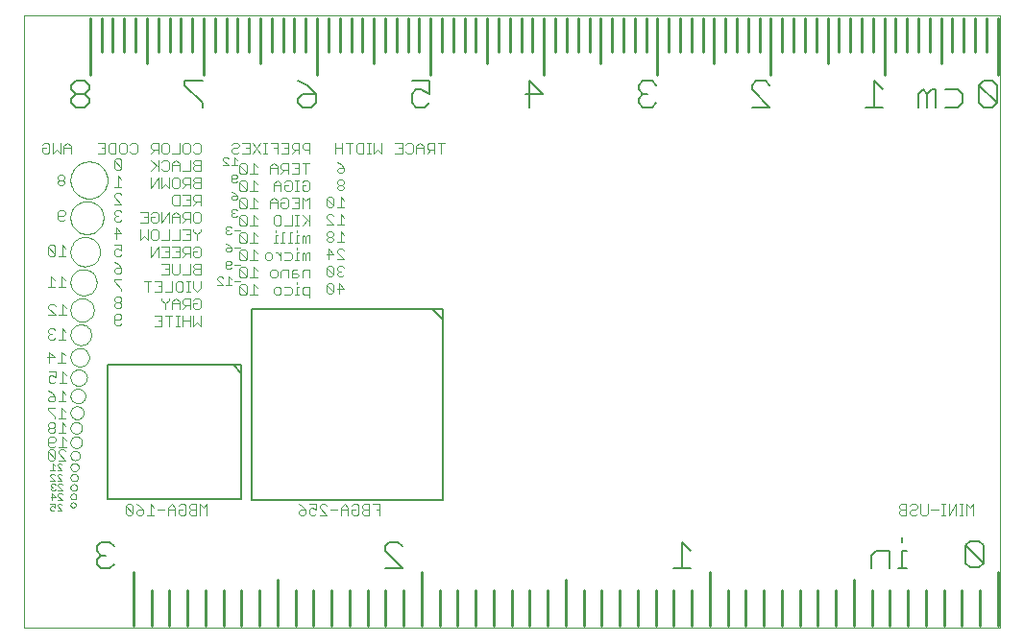
<source format=gbo>
G75*
%MOIN*%
%OFA0B0*%
%FSLAX24Y24*%
%IPPOS*%
%LPD*%
%AMOC8*
5,1,8,0,0,1.08239X$1,22.5*
%
%ADD10C,0.0100*%
%ADD11C,0.0080*%
%ADD12C,0.0030*%
%ADD13C,0.0000*%
%ADD14C,0.0020*%
D10*
X004148Y000162D02*
X004148Y002037D01*
X004773Y001412D02*
X004773Y000162D01*
X005398Y000162D02*
X005398Y001412D01*
X006023Y001412D02*
X006023Y000162D01*
X006648Y000162D02*
X006648Y001412D01*
X007273Y001412D02*
X007273Y000162D01*
X007898Y000162D02*
X007898Y001412D01*
X008523Y001412D02*
X008523Y000162D01*
X009148Y000162D02*
X009148Y001762D01*
X009773Y001412D02*
X009773Y000162D01*
X010398Y000162D02*
X010398Y001412D01*
X011023Y001412D02*
X011023Y000162D01*
X011648Y000162D02*
X011648Y001412D01*
X012273Y001412D02*
X012273Y000162D01*
X012898Y000162D02*
X012898Y001412D01*
X013523Y001412D02*
X013523Y000162D01*
X014148Y000162D02*
X014148Y002037D01*
X014773Y001412D02*
X014773Y000162D01*
X015398Y000162D02*
X015398Y001412D01*
X016023Y001412D02*
X016023Y000162D01*
X016648Y000162D02*
X016648Y001412D01*
X017273Y001412D02*
X017273Y000162D01*
X017898Y000162D02*
X017898Y001412D01*
X018523Y001412D02*
X018523Y000162D01*
X019148Y000162D02*
X019148Y001762D01*
X019773Y001412D02*
X019773Y000162D01*
X020398Y000162D02*
X020398Y001412D01*
X021023Y001412D02*
X021023Y000162D01*
X021648Y000162D02*
X021648Y001412D01*
X022273Y001412D02*
X022273Y000162D01*
X022898Y000162D02*
X022898Y001412D01*
X023523Y001412D02*
X023523Y000162D01*
X024148Y000162D02*
X024148Y002037D01*
X024773Y001412D02*
X024773Y000162D01*
X025398Y000162D02*
X025398Y001412D01*
X026023Y001412D02*
X026023Y000162D01*
X026648Y000162D02*
X026648Y001412D01*
X027273Y001412D02*
X027273Y000162D01*
X027898Y000162D02*
X027898Y001412D01*
X028523Y001412D02*
X028523Y000162D01*
X029148Y000162D02*
X029148Y001762D01*
X029773Y001412D02*
X029773Y000162D01*
X030398Y000162D02*
X030398Y001412D01*
X031023Y001412D02*
X031023Y000162D01*
X031648Y000162D02*
X031648Y001412D01*
X032273Y001412D02*
X032273Y000162D01*
X032898Y000162D02*
X032898Y001412D01*
X033523Y001412D02*
X033523Y000162D01*
X034148Y000162D02*
X034148Y002037D01*
X034140Y019316D02*
X034140Y021284D01*
X033747Y021284D02*
X033747Y020103D01*
X033353Y020103D02*
X033353Y021284D01*
X032959Y021284D02*
X032959Y020103D01*
X032566Y020103D02*
X032566Y021284D01*
X032172Y021284D02*
X032172Y019709D01*
X031778Y020103D02*
X031778Y021284D01*
X031385Y021284D02*
X031385Y020103D01*
X030991Y020103D02*
X030991Y021284D01*
X030597Y021284D02*
X030597Y020103D01*
X029810Y020103D02*
X029810Y021284D01*
X030203Y021284D02*
X030203Y019316D01*
X029416Y020103D02*
X029416Y021284D01*
X029022Y021284D02*
X029022Y020103D01*
X028629Y020103D02*
X028629Y021284D01*
X028235Y021284D02*
X028235Y019709D01*
X027841Y020103D02*
X027841Y021284D01*
X027448Y021284D02*
X027448Y020103D01*
X027054Y020103D02*
X027054Y021284D01*
X026660Y021284D02*
X026660Y020103D01*
X025873Y020103D02*
X025873Y021284D01*
X026266Y021284D02*
X026266Y019316D01*
X025479Y020103D02*
X025479Y021284D01*
X025085Y021284D02*
X025085Y020103D01*
X024692Y020103D02*
X024692Y021284D01*
X024298Y021284D02*
X024298Y019709D01*
X023904Y020103D02*
X023904Y021284D01*
X023511Y021284D02*
X023511Y020103D01*
X023117Y020103D02*
X023117Y021284D01*
X022723Y021284D02*
X022723Y020103D01*
X021936Y020103D02*
X021936Y021284D01*
X022329Y021284D02*
X022329Y019316D01*
X021542Y020103D02*
X021542Y021284D01*
X021148Y021284D02*
X021148Y020103D01*
X020755Y020103D02*
X020755Y021284D01*
X020361Y021284D02*
X020361Y019709D01*
X019967Y020103D02*
X019967Y021284D01*
X019574Y021284D02*
X019574Y020103D01*
X019180Y020103D02*
X019180Y021284D01*
X018786Y021284D02*
X018786Y020103D01*
X017999Y020103D02*
X017999Y021284D01*
X018392Y021284D02*
X018392Y019316D01*
X017605Y020103D02*
X017605Y021284D01*
X017211Y021284D02*
X017211Y020103D01*
X016818Y020103D02*
X016818Y021284D01*
X016424Y021284D02*
X016424Y019709D01*
X016030Y020103D02*
X016030Y021284D01*
X015637Y021284D02*
X015637Y020103D01*
X015243Y020103D02*
X015243Y021284D01*
X014849Y021284D02*
X014849Y020103D01*
X014062Y020103D02*
X014062Y021284D01*
X014455Y021284D02*
X014455Y019316D01*
X013668Y020103D02*
X013668Y021284D01*
X013274Y021284D02*
X013274Y020103D01*
X012881Y020103D02*
X012881Y021284D01*
X012487Y021284D02*
X012487Y019709D01*
X012093Y020103D02*
X012093Y021284D01*
X011700Y021284D02*
X011700Y020103D01*
X011306Y020103D02*
X011306Y021284D01*
X010912Y021284D02*
X010912Y020103D01*
X010125Y020103D02*
X010125Y021284D01*
X010518Y021284D02*
X010518Y019316D01*
X009731Y020103D02*
X009731Y021284D01*
X009337Y021284D02*
X009337Y020103D01*
X008944Y020103D02*
X008944Y021284D01*
X008550Y021284D02*
X008550Y019709D01*
X008156Y020103D02*
X008156Y021284D01*
X007763Y021284D02*
X007763Y020103D01*
X007369Y020103D02*
X007369Y021284D01*
X006975Y021284D02*
X006975Y020103D01*
X006188Y020103D02*
X006188Y021284D01*
X005794Y021284D02*
X005794Y020103D01*
X005400Y020103D02*
X005400Y021284D01*
X005007Y021284D02*
X005007Y020103D01*
X004613Y019709D02*
X004613Y021284D01*
X004219Y021284D02*
X004219Y020103D01*
X003826Y020103D02*
X003826Y021284D01*
X003432Y021284D02*
X003432Y020103D01*
X003038Y020103D02*
X003038Y021284D01*
X002644Y021284D02*
X002644Y019316D01*
X006581Y019316D02*
X006581Y021284D01*
D11*
X006541Y019095D02*
X005928Y019095D01*
X005928Y018942D01*
X006541Y018328D01*
X006541Y018175D01*
X009865Y018328D02*
X010018Y018175D01*
X010325Y018175D01*
X010478Y018328D01*
X010478Y018635D01*
X010018Y018635D01*
X009865Y018482D01*
X009865Y018328D01*
X010478Y018635D02*
X010172Y018942D01*
X009865Y019095D01*
X013802Y019095D02*
X014415Y019095D01*
X014415Y018635D01*
X014109Y018789D01*
X013955Y018789D01*
X013802Y018635D01*
X013802Y018328D01*
X013955Y018175D01*
X014262Y018175D01*
X014415Y018328D01*
X017739Y018635D02*
X018352Y018635D01*
X017892Y019095D01*
X017892Y018175D01*
X021676Y018328D02*
X021829Y018175D01*
X022136Y018175D01*
X022289Y018328D01*
X021983Y018635D02*
X021829Y018635D01*
X021676Y018482D01*
X021676Y018328D01*
X021829Y018635D02*
X021676Y018789D01*
X021676Y018942D01*
X021829Y019095D01*
X022136Y019095D01*
X022289Y018942D01*
X025613Y018942D02*
X025613Y018789D01*
X026226Y018175D01*
X025613Y018175D01*
X025613Y018942D02*
X025766Y019095D01*
X026073Y019095D01*
X026226Y018942D01*
X029550Y018175D02*
X030163Y018175D01*
X029857Y018175D02*
X029857Y019095D01*
X030163Y018789D01*
X031385Y018635D02*
X031385Y018175D01*
X031692Y018175D02*
X031692Y018635D01*
X031538Y018789D01*
X031385Y018635D01*
X031692Y018635D02*
X031845Y018789D01*
X031999Y018789D01*
X031999Y018175D01*
X032306Y018175D02*
X032766Y018175D01*
X032919Y018328D01*
X032919Y018635D01*
X032766Y018789D01*
X032306Y018789D01*
X033487Y018942D02*
X033487Y018328D01*
X033640Y018175D01*
X033947Y018175D01*
X034100Y018328D01*
X033487Y018942D01*
X033640Y019095D01*
X033947Y019095D01*
X034100Y018942D01*
X034100Y018328D01*
X014870Y011156D02*
X014870Y004544D01*
X008257Y004544D01*
X008257Y011156D01*
X014870Y011156D01*
X014870Y010803D02*
X014516Y011156D01*
X007886Y009222D02*
X007886Y008947D01*
X007611Y009222D01*
X007886Y009222D01*
X007886Y008947D02*
X007886Y004578D01*
X003241Y004578D01*
X003241Y009222D01*
X007611Y009222D01*
X003330Y003076D02*
X003023Y003076D01*
X002870Y002923D01*
X002870Y002769D01*
X003023Y002616D01*
X002870Y002463D01*
X002870Y002309D01*
X003023Y002156D01*
X003330Y002156D01*
X003483Y002309D01*
X003176Y002616D02*
X003023Y002616D01*
X003483Y002923D02*
X003330Y003076D01*
X012870Y002923D02*
X012870Y002769D01*
X013483Y002156D01*
X012870Y002156D01*
X012870Y002923D02*
X013023Y003076D01*
X013330Y003076D01*
X013483Y002923D01*
X022870Y002156D02*
X023483Y002156D01*
X023176Y002156D02*
X023176Y003076D01*
X023483Y002769D01*
X029756Y002616D02*
X029756Y002156D01*
X030370Y002156D02*
X030370Y002769D01*
X029909Y002769D01*
X029756Y002616D01*
X030676Y002156D02*
X030983Y002156D01*
X030830Y002156D02*
X030830Y002769D01*
X030983Y002769D01*
X030830Y003076D02*
X030830Y003230D01*
X033027Y002962D02*
X033027Y002348D01*
X033180Y002195D01*
X033487Y002195D01*
X033641Y002348D01*
X033027Y002962D01*
X033180Y003116D01*
X033487Y003116D01*
X033641Y002962D01*
X033641Y002348D01*
X002604Y018328D02*
X002451Y018175D01*
X002144Y018175D01*
X001991Y018328D01*
X001991Y018482D01*
X002144Y018635D01*
X002451Y018635D01*
X002604Y018789D01*
X002604Y018942D01*
X002451Y019095D01*
X002144Y019095D01*
X001991Y018942D01*
X001991Y018789D01*
X002144Y018635D01*
X002451Y018635D02*
X002604Y018482D01*
X002604Y018328D01*
D12*
X002917Y016945D02*
X003164Y016945D01*
X003164Y016575D01*
X002917Y016575D01*
X003040Y016760D02*
X003164Y016760D01*
X003285Y016637D02*
X003285Y016884D01*
X003347Y016945D01*
X003532Y016945D01*
X003532Y016575D01*
X003347Y016575D01*
X003285Y016637D01*
X003543Y016385D02*
X003482Y016324D01*
X003728Y016077D01*
X003667Y016015D01*
X003543Y016015D01*
X003482Y016077D01*
X003482Y016324D01*
X003543Y016385D02*
X003667Y016385D01*
X003728Y016324D01*
X003728Y016077D01*
X003605Y015785D02*
X003605Y015415D01*
X003728Y015415D02*
X003482Y015415D01*
X003543Y015185D02*
X003667Y015185D01*
X003728Y015124D01*
X003543Y015185D02*
X003482Y015124D01*
X003482Y015062D01*
X003728Y014815D01*
X003482Y014815D01*
X003543Y014585D02*
X003482Y014524D01*
X003482Y014462D01*
X003543Y014400D01*
X003482Y014338D01*
X003482Y014277D01*
X003543Y014215D01*
X003667Y014215D01*
X003728Y014277D01*
X003605Y014400D02*
X003543Y014400D01*
X003543Y014585D02*
X003667Y014585D01*
X003728Y014524D01*
X003543Y013985D02*
X003728Y013800D01*
X003482Y013800D01*
X003543Y013615D02*
X003543Y013985D01*
X004390Y013945D02*
X004390Y013575D01*
X004513Y013698D01*
X004637Y013575D01*
X004637Y013945D01*
X004758Y013884D02*
X004820Y013945D01*
X004943Y013945D01*
X005005Y013884D01*
X005005Y013637D01*
X004943Y013575D01*
X004820Y013575D01*
X004758Y013637D01*
X004758Y013884D01*
X005127Y013575D02*
X005373Y013575D01*
X005373Y013945D01*
X005742Y013945D02*
X005742Y013575D01*
X005495Y013575D01*
X005495Y013345D02*
X005742Y013345D01*
X005742Y012975D01*
X005495Y012975D01*
X005373Y012975D02*
X005127Y012975D01*
X005005Y012975D02*
X005005Y013345D01*
X004758Y012975D01*
X004758Y013345D01*
X005127Y013345D02*
X005373Y013345D01*
X005373Y012975D01*
X005373Y013160D02*
X005250Y013160D01*
X005618Y013160D02*
X005742Y013160D01*
X005863Y013160D02*
X005925Y013098D01*
X006110Y013098D01*
X006110Y012975D02*
X006110Y013345D01*
X005925Y013345D01*
X005863Y013284D01*
X005863Y013160D01*
X005987Y013098D02*
X005863Y012975D01*
X005742Y012745D02*
X005742Y012437D01*
X005680Y012375D01*
X005557Y012375D01*
X005495Y012437D01*
X005495Y012745D01*
X005373Y012745D02*
X005373Y012375D01*
X005127Y012375D01*
X005250Y012560D02*
X005373Y012560D01*
X005373Y012745D02*
X005127Y012745D01*
X005863Y012375D02*
X006110Y012375D01*
X006110Y012745D01*
X006232Y012684D02*
X006232Y012622D01*
X006293Y012560D01*
X006478Y012560D01*
X006293Y012560D02*
X006232Y012498D01*
X006232Y012437D01*
X006293Y012375D01*
X006478Y012375D01*
X006478Y012745D01*
X006293Y012745D01*
X006232Y012684D01*
X006293Y012975D02*
X006232Y013037D01*
X006232Y013160D01*
X006355Y013160D01*
X006478Y013037D02*
X006478Y013284D01*
X006417Y013345D01*
X006293Y013345D01*
X006232Y013284D01*
X006293Y012975D02*
X006417Y012975D01*
X006478Y013037D01*
X006355Y013575D02*
X006355Y013760D01*
X006232Y013884D01*
X006232Y013945D01*
X006110Y013945D02*
X006110Y013575D01*
X005863Y013575D01*
X005987Y013760D02*
X006110Y013760D01*
X006110Y013945D02*
X005863Y013945D01*
X005863Y014175D02*
X005987Y014298D01*
X005925Y014298D02*
X006110Y014298D01*
X006110Y014175D02*
X006110Y014545D01*
X005925Y014545D01*
X005863Y014484D01*
X005863Y014360D01*
X005925Y014298D01*
X005742Y014360D02*
X005495Y014360D01*
X005495Y014422D02*
X005495Y014175D01*
X005373Y014175D02*
X005373Y014545D01*
X005127Y014175D01*
X005127Y014545D01*
X005005Y014484D02*
X005005Y014237D01*
X004943Y014175D01*
X004820Y014175D01*
X004758Y014237D01*
X004758Y014360D01*
X004882Y014360D01*
X005005Y014484D02*
X004943Y014545D01*
X004820Y014545D01*
X004758Y014484D01*
X004637Y014545D02*
X004637Y014175D01*
X004390Y014175D01*
X004513Y014360D02*
X004637Y014360D01*
X004637Y014545D02*
X004390Y014545D01*
X005495Y014422D02*
X005618Y014545D01*
X005742Y014422D01*
X005742Y014175D01*
X006232Y014237D02*
X006232Y014484D01*
X006293Y014545D01*
X006417Y014545D01*
X006478Y014484D01*
X006478Y014237D01*
X006417Y014175D01*
X006293Y014175D01*
X006232Y014237D01*
X006478Y013945D02*
X006478Y013884D01*
X006355Y013760D01*
X007350Y013803D02*
X007399Y013755D01*
X007495Y013755D01*
X007544Y013803D01*
X007447Y013900D02*
X007399Y013900D01*
X007350Y013852D01*
X007350Y013803D01*
X007399Y013900D02*
X007350Y013948D01*
X007350Y013997D01*
X007399Y014045D01*
X007495Y014045D01*
X007544Y013997D01*
X007645Y013900D02*
X007838Y013900D01*
X007885Y013825D02*
X007823Y013764D01*
X008070Y013517D01*
X008008Y013455D01*
X007885Y013455D01*
X007823Y013517D01*
X007823Y013764D01*
X007885Y013825D02*
X008008Y013825D01*
X008070Y013764D01*
X008070Y013517D01*
X008192Y013455D02*
X008438Y013455D01*
X008315Y013455D02*
X008315Y013825D01*
X008438Y013702D01*
X008438Y014055D02*
X008192Y014055D01*
X008315Y014055D02*
X008315Y014425D01*
X008438Y014302D01*
X008070Y014364D02*
X008070Y014117D01*
X007823Y014364D01*
X007823Y014117D01*
X007885Y014055D01*
X008008Y014055D01*
X008070Y014117D01*
X008070Y014364D02*
X008008Y014425D01*
X007885Y014425D01*
X007823Y014364D01*
X007738Y014403D02*
X007690Y014355D01*
X007593Y014355D01*
X007545Y014403D01*
X007545Y014452D01*
X007593Y014500D01*
X007642Y014500D01*
X007593Y014500D02*
X007545Y014548D01*
X007545Y014597D01*
X007593Y014645D01*
X007690Y014645D01*
X007738Y014597D01*
X007823Y014717D02*
X007885Y014655D01*
X008008Y014655D01*
X008070Y014717D01*
X007823Y014964D01*
X007823Y014717D01*
X007823Y014964D02*
X007885Y015025D01*
X008008Y015025D01*
X008070Y014964D01*
X008070Y014717D01*
X008192Y014655D02*
X008438Y014655D01*
X008315Y014655D02*
X008315Y015025D01*
X008438Y014902D01*
X008897Y014922D02*
X008897Y014675D01*
X008897Y014860D02*
X009143Y014860D01*
X009143Y014922D02*
X009020Y015045D01*
X008897Y014922D01*
X009143Y014922D02*
X009143Y014675D01*
X009265Y014737D02*
X009265Y014860D01*
X009388Y014860D01*
X009265Y014737D02*
X009327Y014675D01*
X009450Y014675D01*
X009512Y014737D01*
X009512Y014984D01*
X009450Y015045D01*
X009327Y015045D01*
X009265Y014984D01*
X009633Y015045D02*
X009880Y015045D01*
X009880Y014675D01*
X009633Y014675D01*
X009757Y014860D02*
X009880Y014860D01*
X010002Y015045D02*
X010002Y014675D01*
X010002Y014445D02*
X010248Y014198D01*
X010187Y014260D02*
X010002Y014075D01*
X009880Y014075D02*
X009757Y014075D01*
X009818Y014075D02*
X009818Y014445D01*
X009757Y014445D02*
X009880Y014445D01*
X009635Y014445D02*
X009635Y014075D01*
X009388Y014075D01*
X009266Y014137D02*
X009205Y014075D01*
X009081Y014075D01*
X009019Y014137D01*
X009019Y014384D01*
X009081Y014445D01*
X009205Y014445D01*
X009266Y014384D01*
X009266Y014137D01*
X009082Y013907D02*
X009082Y013845D01*
X009082Y013722D02*
X009082Y013475D01*
X009143Y013475D02*
X009020Y013475D01*
X009266Y013475D02*
X009389Y013475D01*
X009327Y013475D02*
X009327Y013845D01*
X009389Y013845D01*
X009573Y013845D02*
X009573Y013475D01*
X009635Y013475D02*
X009511Y013475D01*
X009757Y013475D02*
X009880Y013475D01*
X009818Y013475D02*
X009818Y013722D01*
X009880Y013722D01*
X010002Y013660D02*
X010002Y013475D01*
X010125Y013475D02*
X010125Y013660D01*
X010063Y013722D01*
X010002Y013660D01*
X010125Y013660D02*
X010187Y013722D01*
X010248Y013722D01*
X010248Y013475D01*
X010248Y013122D02*
X010187Y013122D01*
X010125Y013060D01*
X010063Y013122D01*
X010002Y013060D01*
X010002Y012875D01*
X009880Y012875D02*
X009757Y012875D01*
X009818Y012875D02*
X009818Y013122D01*
X009880Y013122D01*
X009818Y013245D02*
X009818Y013307D01*
X009573Y013122D02*
X009635Y013060D01*
X009635Y012937D01*
X009573Y012875D01*
X009388Y012875D01*
X009266Y012875D02*
X009266Y013122D01*
X009388Y013122D02*
X009573Y013122D01*
X009266Y012998D02*
X009143Y013122D01*
X009081Y013122D01*
X008959Y013060D02*
X008959Y012937D01*
X008898Y012875D01*
X008774Y012875D01*
X008712Y012937D01*
X008712Y013060D01*
X008774Y013122D01*
X008898Y013122D01*
X008959Y013060D01*
X008438Y013102D02*
X008315Y013225D01*
X008315Y012855D01*
X008438Y012855D02*
X008192Y012855D01*
X008070Y012917D02*
X008008Y012855D01*
X007885Y012855D01*
X007823Y012917D01*
X007823Y013164D01*
X008070Y012917D01*
X008070Y013164D01*
X008008Y013225D01*
X007885Y013225D01*
X007823Y013164D01*
X007838Y013300D02*
X007645Y013300D01*
X007544Y013300D02*
X007447Y013397D01*
X007350Y013445D01*
X007399Y013300D02*
X007544Y013300D01*
X007544Y013203D01*
X007495Y013155D01*
X007399Y013155D01*
X007350Y013203D01*
X007350Y013252D01*
X007399Y013300D01*
X007399Y012845D02*
X007495Y012845D01*
X007544Y012797D01*
X007544Y012748D01*
X007495Y012700D01*
X007350Y012700D01*
X007350Y012603D02*
X007350Y012797D01*
X007399Y012845D01*
X007350Y012603D02*
X007399Y012555D01*
X007495Y012555D01*
X007544Y012603D01*
X007645Y012700D02*
X007838Y012700D01*
X007885Y012625D02*
X007823Y012564D01*
X008070Y012317D01*
X008008Y012255D01*
X007885Y012255D01*
X007823Y012317D01*
X007823Y012564D01*
X007885Y012625D02*
X008008Y012625D01*
X008070Y012564D01*
X008070Y012317D01*
X008192Y012255D02*
X008438Y012255D01*
X008315Y012255D02*
X008315Y012625D01*
X008438Y012502D01*
X008897Y012460D02*
X008897Y012337D01*
X008958Y012275D01*
X009082Y012275D01*
X009143Y012337D01*
X009143Y012460D01*
X009082Y012522D01*
X008958Y012522D01*
X008897Y012460D01*
X009265Y012460D02*
X009265Y012275D01*
X009265Y012460D02*
X009327Y012522D01*
X009512Y012522D01*
X009512Y012275D01*
X009633Y012275D02*
X009818Y012275D01*
X009880Y012337D01*
X009818Y012398D01*
X009633Y012398D01*
X009633Y012460D02*
X009633Y012275D01*
X009633Y012460D02*
X009695Y012522D01*
X009818Y012522D01*
X010002Y012460D02*
X010002Y012275D01*
X010002Y012460D02*
X010063Y012522D01*
X010248Y012522D01*
X010248Y012275D01*
X009818Y012107D02*
X009818Y012045D01*
X009818Y011922D02*
X009818Y011675D01*
X009757Y011675D02*
X009880Y011675D01*
X010002Y011737D02*
X010063Y011675D01*
X010248Y011675D01*
X010248Y011552D02*
X010248Y011922D01*
X010063Y011922D01*
X010002Y011860D01*
X010002Y011737D01*
X009880Y011922D02*
X009818Y011922D01*
X009635Y011860D02*
X009635Y011737D01*
X009573Y011675D01*
X009388Y011675D01*
X009266Y011737D02*
X009266Y011860D01*
X009205Y011922D01*
X009081Y011922D01*
X009019Y011860D01*
X009019Y011737D01*
X009081Y011675D01*
X009205Y011675D01*
X009266Y011737D01*
X009388Y011922D02*
X009573Y011922D01*
X009635Y011860D01*
X008438Y011902D02*
X008315Y012025D01*
X008315Y011655D01*
X008438Y011655D02*
X008192Y011655D01*
X008070Y011717D02*
X007823Y011964D01*
X007823Y011717D01*
X007885Y011655D01*
X008008Y011655D01*
X008070Y011717D01*
X008070Y011964D01*
X008008Y012025D01*
X007885Y012025D01*
X007823Y011964D01*
X007838Y012150D02*
X007645Y012150D01*
X007544Y012198D02*
X007447Y012295D01*
X007447Y012005D01*
X007544Y012005D02*
X007350Y012005D01*
X007249Y012005D02*
X007056Y012198D01*
X007056Y012247D01*
X007104Y012295D01*
X007201Y012295D01*
X007249Y012247D01*
X007249Y012005D02*
X007056Y012005D01*
X006478Y011898D02*
X006355Y011775D01*
X006232Y011898D01*
X006232Y012145D01*
X006110Y012145D02*
X005987Y012145D01*
X006048Y012145D02*
X006048Y011775D01*
X005987Y011775D02*
X006110Y011775D01*
X006110Y011545D02*
X005925Y011545D01*
X005863Y011484D01*
X005863Y011360D01*
X005925Y011298D01*
X006110Y011298D01*
X006110Y011175D02*
X006110Y011545D01*
X006232Y011484D02*
X006293Y011545D01*
X006417Y011545D01*
X006478Y011484D01*
X006478Y011237D01*
X006417Y011175D01*
X006293Y011175D01*
X006232Y011237D01*
X006232Y011360D01*
X006355Y011360D01*
X005987Y011298D02*
X005863Y011175D01*
X005742Y011175D02*
X005742Y011422D01*
X005618Y011545D01*
X005495Y011422D01*
X005495Y011175D01*
X005495Y011360D02*
X005742Y011360D01*
X005373Y011484D02*
X005250Y011360D01*
X005250Y011175D01*
X005250Y011360D02*
X005127Y011484D01*
X005127Y011545D01*
X005128Y011775D02*
X004881Y011775D01*
X005004Y011960D02*
X005128Y011960D01*
X005128Y012145D02*
X005128Y011775D01*
X005249Y011775D02*
X005496Y011775D01*
X005496Y012145D01*
X005618Y012084D02*
X005618Y011837D01*
X005679Y011775D01*
X005803Y011775D01*
X005865Y011837D01*
X005865Y012084D01*
X005803Y012145D01*
X005679Y012145D01*
X005618Y012084D01*
X005128Y012145D02*
X004881Y012145D01*
X004760Y012145D02*
X004513Y012145D01*
X004636Y012145D02*
X004636Y011775D01*
X005373Y011545D02*
X005373Y011484D01*
X005373Y010945D02*
X005373Y010575D01*
X005128Y010575D02*
X004881Y010575D01*
X005004Y010760D02*
X005128Y010760D01*
X005128Y010945D02*
X005128Y010575D01*
X005128Y010945D02*
X004881Y010945D01*
X005249Y010945D02*
X005496Y010945D01*
X005618Y010945D02*
X005742Y010945D01*
X005680Y010945D02*
X005680Y010575D01*
X005742Y010575D02*
X005618Y010575D01*
X005863Y010575D02*
X005863Y010945D01*
X005863Y010760D02*
X006110Y010760D01*
X006110Y010575D02*
X006110Y010945D01*
X006232Y010945D02*
X006232Y010575D01*
X006355Y010698D01*
X006478Y010575D01*
X006478Y010945D01*
X006478Y011898D02*
X006478Y012145D01*
X003728Y012185D02*
X003482Y012185D01*
X003482Y012124D01*
X003728Y011877D01*
X003728Y011815D01*
X003667Y011585D02*
X003543Y011585D01*
X003482Y011524D01*
X003482Y011462D01*
X003543Y011400D01*
X003667Y011400D01*
X003728Y011462D01*
X003728Y011524D01*
X003667Y011585D01*
X003667Y011400D02*
X003728Y011338D01*
X003728Y011277D01*
X003667Y011215D01*
X003543Y011215D01*
X003482Y011277D01*
X003482Y011338D01*
X003543Y011400D01*
X003543Y010985D02*
X003667Y010985D01*
X003728Y010924D01*
X003728Y010862D01*
X003667Y010800D01*
X003482Y010800D01*
X003482Y010677D02*
X003482Y010924D01*
X003543Y010985D01*
X003482Y010677D02*
X003543Y010615D01*
X003667Y010615D01*
X003728Y010677D01*
X001808Y010965D02*
X001562Y010965D01*
X001440Y010965D02*
X001193Y011212D01*
X001193Y011274D01*
X001255Y011335D01*
X001378Y011335D01*
X001440Y011274D01*
X001685Y011335D02*
X001685Y010965D01*
X001440Y010965D02*
X001193Y010965D01*
X001685Y011335D02*
X001808Y011212D01*
X001788Y011925D02*
X001542Y011925D01*
X001420Y011925D02*
X001173Y011925D01*
X001297Y011925D02*
X001297Y012295D01*
X001420Y012172D01*
X001665Y012295D02*
X001665Y011925D01*
X001788Y012172D02*
X001665Y012295D01*
X001675Y013015D02*
X001675Y013385D01*
X001798Y013262D01*
X001798Y013015D02*
X001552Y013015D01*
X001430Y013077D02*
X001183Y013324D01*
X001183Y013077D01*
X001245Y013015D01*
X001368Y013015D01*
X001430Y013077D01*
X001430Y013324D01*
X001368Y013385D01*
X001245Y013385D01*
X001183Y013324D01*
X001593Y014225D02*
X001532Y014287D01*
X001532Y014534D01*
X001593Y014595D01*
X001717Y014595D01*
X001778Y014534D01*
X001778Y014472D01*
X001717Y014410D01*
X001532Y014410D01*
X001593Y014225D02*
X001717Y014225D01*
X001778Y014287D01*
X003482Y013385D02*
X003728Y013385D01*
X003728Y013200D01*
X003605Y013262D01*
X003543Y013262D01*
X003482Y013200D01*
X003482Y013077D01*
X003543Y013015D01*
X003667Y013015D01*
X003728Y013077D01*
X003605Y012724D02*
X003728Y012600D01*
X003543Y012600D01*
X003482Y012538D01*
X003482Y012477D01*
X003543Y012415D01*
X003667Y012415D01*
X003728Y012477D01*
X003728Y012600D01*
X003605Y012724D02*
X003482Y012785D01*
X005495Y014837D02*
X005557Y014775D01*
X005742Y014775D01*
X005742Y015145D01*
X005557Y015145D01*
X005495Y015084D01*
X005495Y014837D01*
X005863Y014775D02*
X006110Y014775D01*
X006110Y015145D01*
X005863Y015145D01*
X005987Y014960D02*
X006110Y014960D01*
X006232Y014960D02*
X006232Y015084D01*
X006293Y015145D01*
X006478Y015145D01*
X006478Y014775D01*
X006478Y014898D02*
X006293Y014898D01*
X006232Y014960D01*
X006355Y014898D02*
X006232Y014775D01*
X006293Y015375D02*
X006478Y015375D01*
X006478Y015745D01*
X006293Y015745D01*
X006232Y015684D01*
X006232Y015622D01*
X006293Y015560D01*
X006478Y015560D01*
X006293Y015560D02*
X006232Y015498D01*
X006232Y015437D01*
X006293Y015375D01*
X006110Y015375D02*
X006110Y015745D01*
X005925Y015745D01*
X005863Y015684D01*
X005863Y015560D01*
X005925Y015498D01*
X006110Y015498D01*
X005987Y015498D02*
X005863Y015375D01*
X005742Y015437D02*
X005680Y015375D01*
X005557Y015375D01*
X005495Y015437D01*
X005495Y015684D01*
X005557Y015745D01*
X005680Y015745D01*
X005742Y015684D01*
X005742Y015437D01*
X005373Y015375D02*
X005250Y015498D01*
X005127Y015375D01*
X005127Y015745D01*
X005005Y015745D02*
X004758Y015375D01*
X004758Y015745D01*
X004758Y015975D02*
X004943Y016160D01*
X005005Y016098D02*
X004758Y016345D01*
X004758Y016575D02*
X004882Y016698D01*
X004820Y016698D02*
X005005Y016698D01*
X005005Y016575D02*
X005005Y016945D01*
X004820Y016945D01*
X004758Y016884D01*
X004758Y016760D01*
X004820Y016698D01*
X005127Y016637D02*
X005127Y016884D01*
X005188Y016945D01*
X005312Y016945D01*
X005373Y016884D01*
X005373Y016637D01*
X005312Y016575D01*
X005188Y016575D01*
X005127Y016637D01*
X005188Y016345D02*
X005312Y016345D01*
X005373Y016284D01*
X005373Y016037D01*
X005312Y015975D01*
X005188Y015975D01*
X005127Y016037D01*
X005005Y015975D02*
X005005Y016345D01*
X005127Y016284D02*
X005188Y016345D01*
X005495Y016222D02*
X005495Y015975D01*
X005495Y016160D02*
X005742Y016160D01*
X005742Y016222D02*
X005618Y016345D01*
X005495Y016222D01*
X005742Y016222D02*
X005742Y015975D01*
X005863Y015975D02*
X006110Y015975D01*
X006110Y016345D01*
X006232Y016284D02*
X006232Y016222D01*
X006293Y016160D01*
X006478Y016160D01*
X006293Y016160D02*
X006232Y016098D01*
X006232Y016037D01*
X006293Y015975D01*
X006478Y015975D01*
X006478Y016345D01*
X006293Y016345D01*
X006232Y016284D01*
X006293Y016575D02*
X006232Y016637D01*
X006293Y016575D02*
X006417Y016575D01*
X006478Y016637D01*
X006478Y016884D01*
X006417Y016945D01*
X006293Y016945D01*
X006232Y016884D01*
X006110Y016884D02*
X006110Y016637D01*
X006048Y016575D01*
X005925Y016575D01*
X005863Y016637D01*
X005863Y016884D01*
X005925Y016945D01*
X006048Y016945D01*
X006110Y016884D01*
X005742Y016945D02*
X005742Y016575D01*
X005495Y016575D01*
X004269Y016637D02*
X004207Y016575D01*
X004083Y016575D01*
X004022Y016637D01*
X003900Y016637D02*
X003838Y016575D01*
X003715Y016575D01*
X003653Y016637D01*
X003653Y016884D01*
X003715Y016945D01*
X003838Y016945D01*
X003900Y016884D01*
X003900Y016637D01*
X004022Y016884D02*
X004083Y016945D01*
X004207Y016945D01*
X004269Y016884D01*
X004269Y016637D01*
X003605Y015785D02*
X003728Y015662D01*
X005005Y015745D02*
X005005Y015375D01*
X005373Y015375D02*
X005373Y015745D01*
X007250Y016155D02*
X007444Y016155D01*
X007250Y016348D01*
X007250Y016397D01*
X007299Y016445D01*
X007395Y016445D01*
X007444Y016397D01*
X007642Y016445D02*
X007642Y016155D01*
X007738Y016155D02*
X007545Y016155D01*
X007738Y016348D02*
X007642Y016445D01*
X007618Y016575D02*
X007556Y016637D01*
X007556Y016698D01*
X007618Y016760D01*
X007741Y016760D01*
X007803Y016822D01*
X007803Y016884D01*
X007741Y016945D01*
X007618Y016945D01*
X007556Y016884D01*
X007618Y016575D02*
X007741Y016575D01*
X007803Y016637D01*
X007924Y016575D02*
X008171Y016575D01*
X008171Y016945D01*
X007924Y016945D01*
X008048Y016760D02*
X008171Y016760D01*
X008293Y016575D02*
X008540Y016945D01*
X008662Y016945D02*
X008785Y016945D01*
X008723Y016945D02*
X008723Y016575D01*
X008662Y016575D02*
X008785Y016575D01*
X008540Y016575D02*
X008293Y016945D01*
X008907Y016945D02*
X009153Y016945D01*
X009153Y016575D01*
X009275Y016575D02*
X009522Y016575D01*
X009522Y016945D01*
X009275Y016945D01*
X009153Y016760D02*
X009030Y016760D01*
X009398Y016760D02*
X009522Y016760D01*
X009643Y016760D02*
X009705Y016698D01*
X009890Y016698D01*
X009890Y016575D02*
X009890Y016945D01*
X009705Y016945D01*
X009643Y016884D01*
X009643Y016760D01*
X009767Y016698D02*
X009643Y016575D01*
X010012Y016760D02*
X010073Y016698D01*
X010258Y016698D01*
X010258Y016575D02*
X010258Y016945D01*
X010073Y016945D01*
X010012Y016884D01*
X010012Y016760D01*
X010002Y016245D02*
X010248Y016245D01*
X010125Y016245D02*
X010125Y015875D01*
X010187Y015645D02*
X010248Y015584D01*
X010248Y015337D01*
X010187Y015275D01*
X010063Y015275D01*
X010002Y015337D01*
X010002Y015460D01*
X010125Y015460D01*
X010002Y015584D02*
X010063Y015645D01*
X010187Y015645D01*
X009880Y015645D02*
X009757Y015645D01*
X009818Y015645D02*
X009818Y015275D01*
X009757Y015275D02*
X009880Y015275D01*
X009635Y015337D02*
X009635Y015584D01*
X009573Y015645D01*
X009449Y015645D01*
X009388Y015584D01*
X009388Y015460D02*
X009511Y015460D01*
X009388Y015460D02*
X009388Y015337D01*
X009449Y015275D01*
X009573Y015275D01*
X009635Y015337D01*
X009266Y015275D02*
X009266Y015522D01*
X009143Y015645D01*
X009019Y015522D01*
X009019Y015275D01*
X009019Y015460D02*
X009266Y015460D01*
X009265Y015875D02*
X009388Y015998D01*
X009327Y015998D02*
X009512Y015998D01*
X009512Y015875D02*
X009512Y016245D01*
X009327Y016245D01*
X009265Y016184D01*
X009265Y016060D01*
X009327Y015998D01*
X009143Y016060D02*
X008897Y016060D01*
X008897Y016122D02*
X008897Y015875D01*
X009143Y015875D02*
X009143Y016122D01*
X009020Y016245D01*
X008897Y016122D01*
X008438Y016102D02*
X008315Y016225D01*
X008315Y015855D01*
X008438Y015855D02*
X008192Y015855D01*
X008070Y015917D02*
X008008Y015855D01*
X007885Y015855D01*
X007823Y015917D01*
X007823Y016164D01*
X008070Y015917D01*
X008070Y016164D01*
X008008Y016225D01*
X007885Y016225D01*
X007823Y016164D01*
X007690Y015845D02*
X007593Y015845D01*
X007545Y015797D01*
X007545Y015603D01*
X007593Y015555D01*
X007690Y015555D01*
X007738Y015603D01*
X007823Y015564D02*
X008070Y015317D01*
X008008Y015255D01*
X007885Y015255D01*
X007823Y015317D01*
X007823Y015564D01*
X007885Y015625D01*
X008008Y015625D01*
X008070Y015564D01*
X008070Y015317D01*
X008192Y015255D02*
X008438Y015255D01*
X008315Y015255D02*
X008315Y015625D01*
X008438Y015502D01*
X007738Y015748D02*
X007690Y015700D01*
X007545Y015700D01*
X007738Y015748D02*
X007738Y015797D01*
X007690Y015845D01*
X007545Y015245D02*
X007642Y015197D01*
X007738Y015100D01*
X007593Y015100D01*
X007545Y015052D01*
X007545Y015003D01*
X007593Y014955D01*
X007690Y014955D01*
X007738Y015003D01*
X007738Y015100D01*
X009633Y015875D02*
X009880Y015875D01*
X009880Y016245D01*
X009633Y016245D01*
X009757Y016060D02*
X009880Y016060D01*
X010002Y015045D02*
X010125Y014922D01*
X010248Y015045D01*
X010248Y014675D01*
X010248Y014445D02*
X010248Y014075D01*
X009818Y013907D02*
X009818Y013845D01*
X009635Y013845D02*
X009573Y013845D01*
X009143Y013722D02*
X009082Y013722D01*
X010125Y013060D02*
X010125Y012875D01*
X010248Y012875D02*
X010248Y013122D01*
X010843Y013080D02*
X011090Y013080D01*
X010905Y013265D01*
X010905Y012895D01*
X010905Y012665D02*
X010843Y012604D01*
X011090Y012357D01*
X011028Y012295D01*
X010905Y012295D01*
X010843Y012357D01*
X010843Y012604D01*
X010905Y012665D02*
X011028Y012665D01*
X011090Y012604D01*
X011090Y012357D01*
X011212Y012357D02*
X011273Y012295D01*
X011397Y012295D01*
X011458Y012357D01*
X011335Y012480D02*
X011273Y012480D01*
X011212Y012418D01*
X011212Y012357D01*
X011273Y012480D02*
X011212Y012542D01*
X011212Y012604D01*
X011273Y012665D01*
X011397Y012665D01*
X011458Y012604D01*
X011458Y012895D02*
X011212Y012895D01*
X011458Y012895D02*
X011212Y013142D01*
X011212Y013204D01*
X011273Y013265D01*
X011397Y013265D01*
X011458Y013204D01*
X011458Y013495D02*
X011212Y013495D01*
X011335Y013495D02*
X011335Y013865D01*
X011458Y013742D01*
X011458Y014095D02*
X011212Y014095D01*
X011090Y014095D02*
X010843Y014342D01*
X010843Y014404D01*
X010905Y014465D01*
X011028Y014465D01*
X011090Y014404D01*
X011335Y014465D02*
X011335Y014095D01*
X011090Y014095D02*
X010843Y014095D01*
X010905Y013865D02*
X010843Y013804D01*
X010843Y013742D01*
X010905Y013680D01*
X011028Y013680D01*
X011090Y013742D01*
X011090Y013804D01*
X011028Y013865D01*
X010905Y013865D01*
X010905Y013680D02*
X010843Y013618D01*
X010843Y013557D01*
X010905Y013495D01*
X011028Y013495D01*
X011090Y013557D01*
X011090Y013618D01*
X011028Y013680D01*
X011458Y014342D02*
X011335Y014465D01*
X011335Y014695D02*
X011335Y015065D01*
X011458Y014942D01*
X011458Y014695D02*
X011212Y014695D01*
X011090Y014757D02*
X010843Y015004D01*
X010843Y014757D01*
X010905Y014695D01*
X011028Y014695D01*
X011090Y014757D01*
X011090Y015004D01*
X011028Y015065D01*
X010905Y015065D01*
X010843Y015004D01*
X011212Y015357D02*
X011273Y015295D01*
X011397Y015295D01*
X011458Y015357D01*
X011458Y015418D01*
X011397Y015480D01*
X011273Y015480D01*
X011212Y015418D01*
X011212Y015357D01*
X011273Y015480D02*
X011212Y015542D01*
X011212Y015604D01*
X011273Y015665D01*
X011397Y015665D01*
X011458Y015604D01*
X011458Y015542D01*
X011397Y015480D01*
X011397Y015895D02*
X011273Y015895D01*
X011212Y015957D01*
X011212Y016018D01*
X011273Y016080D01*
X011458Y016080D01*
X011458Y015957D01*
X011397Y015895D01*
X011458Y016080D02*
X011335Y016204D01*
X011212Y016265D01*
X011141Y016575D02*
X011141Y016945D01*
X011141Y016760D02*
X011388Y016760D01*
X011388Y016575D02*
X011388Y016945D01*
X011509Y016945D02*
X011756Y016945D01*
X011633Y016945D02*
X011633Y016575D01*
X011878Y016637D02*
X011878Y016884D01*
X011940Y016945D01*
X012125Y016945D01*
X012125Y016575D01*
X011940Y016575D01*
X011878Y016637D01*
X012247Y016575D02*
X012370Y016575D01*
X012308Y016575D02*
X012308Y016945D01*
X012247Y016945D02*
X012370Y016945D01*
X012492Y016945D02*
X012492Y016575D01*
X012615Y016698D01*
X012739Y016575D01*
X012739Y016945D01*
X013228Y016945D02*
X013475Y016945D01*
X013475Y016575D01*
X013228Y016575D01*
X013352Y016760D02*
X013475Y016760D01*
X013597Y016637D02*
X013658Y016575D01*
X013782Y016575D01*
X013843Y016637D01*
X013843Y016884D01*
X013782Y016945D01*
X013658Y016945D01*
X013597Y016884D01*
X013965Y016822D02*
X013965Y016575D01*
X013965Y016760D02*
X014212Y016760D01*
X014212Y016822D02*
X014088Y016945D01*
X013965Y016822D01*
X014212Y016822D02*
X014212Y016575D01*
X014333Y016575D02*
X014457Y016698D01*
X014395Y016698D02*
X014580Y016698D01*
X014580Y016575D02*
X014580Y016945D01*
X014395Y016945D01*
X014333Y016884D01*
X014333Y016760D01*
X014395Y016698D01*
X014702Y016945D02*
X014948Y016945D01*
X014825Y016945D02*
X014825Y016575D01*
X011273Y012065D02*
X011458Y011880D01*
X011212Y011880D01*
X011090Y011757D02*
X011090Y012004D01*
X011028Y012065D01*
X010905Y012065D01*
X010843Y012004D01*
X011090Y011757D01*
X011028Y011695D01*
X010905Y011695D01*
X010843Y011757D01*
X010843Y012004D01*
X011273Y012065D02*
X011273Y011695D01*
X001798Y010362D02*
X001675Y010485D01*
X001675Y010115D01*
X001798Y010115D02*
X001552Y010115D01*
X001430Y010177D02*
X001368Y010115D01*
X001245Y010115D01*
X001183Y010177D01*
X001183Y010238D01*
X001245Y010300D01*
X001307Y010300D01*
X001245Y010300D02*
X001183Y010362D01*
X001183Y010424D01*
X001245Y010485D01*
X001368Y010485D01*
X001430Y010424D01*
X001645Y009675D02*
X001645Y009305D01*
X001768Y009305D02*
X001522Y009305D01*
X001400Y009490D02*
X001153Y009490D01*
X001215Y009305D02*
X001215Y009675D01*
X001400Y009490D01*
X001645Y009675D02*
X001768Y009552D01*
X001695Y008985D02*
X001695Y008615D01*
X001818Y008615D02*
X001572Y008615D01*
X001450Y008677D02*
X001388Y008615D01*
X001265Y008615D01*
X001203Y008677D01*
X001203Y008800D01*
X001265Y008862D01*
X001327Y008862D01*
X001450Y008800D01*
X001450Y008985D01*
X001203Y008985D01*
X001695Y008985D02*
X001818Y008862D01*
X001675Y008325D02*
X001675Y007955D01*
X001798Y007955D02*
X001552Y007955D01*
X001430Y008017D02*
X001368Y007955D01*
X001245Y007955D01*
X001183Y008017D01*
X001183Y008078D01*
X001245Y008140D01*
X001430Y008140D01*
X001430Y008017D01*
X001430Y008140D02*
X001307Y008264D01*
X001183Y008325D01*
X001675Y008325D02*
X001798Y008202D01*
X001665Y007735D02*
X001665Y007365D01*
X001788Y007365D02*
X001542Y007365D01*
X001420Y007365D02*
X001420Y007427D01*
X001173Y007674D01*
X001173Y007735D01*
X001420Y007735D01*
X001665Y007735D02*
X001788Y007612D01*
X001675Y007235D02*
X001675Y006865D01*
X001798Y006865D02*
X001552Y006865D01*
X001430Y006927D02*
X001430Y006988D01*
X001368Y007050D01*
X001245Y007050D01*
X001183Y006988D01*
X001183Y006927D01*
X001245Y006865D01*
X001368Y006865D01*
X001430Y006927D01*
X001368Y007050D02*
X001430Y007112D01*
X001430Y007174D01*
X001368Y007235D01*
X001245Y007235D01*
X001183Y007174D01*
X001183Y007112D01*
X001245Y007050D01*
X001255Y006735D02*
X001378Y006735D01*
X001440Y006674D01*
X001440Y006612D01*
X001378Y006550D01*
X001193Y006550D01*
X001193Y006427D02*
X001193Y006674D01*
X001255Y006735D01*
X001685Y006735D02*
X001685Y006365D01*
X001727Y006285D02*
X001788Y006224D01*
X001727Y006285D02*
X001603Y006285D01*
X001542Y006224D01*
X001542Y006162D01*
X001788Y005915D01*
X001542Y005915D01*
X001420Y005977D02*
X001173Y006224D01*
X001173Y005977D01*
X001235Y005915D01*
X001358Y005915D01*
X001420Y005977D01*
X001420Y006224D01*
X001358Y006285D01*
X001235Y006285D01*
X001173Y006224D01*
X001255Y006365D02*
X001193Y006427D01*
X001255Y006365D02*
X001378Y006365D01*
X001440Y006427D01*
X001562Y006365D02*
X001808Y006365D01*
X001808Y006612D02*
X001685Y006735D01*
X001798Y007112D02*
X001675Y007235D01*
X003935Y004385D02*
X003873Y004324D01*
X004120Y004077D01*
X004058Y004015D01*
X003935Y004015D01*
X003873Y004077D01*
X003873Y004324D01*
X003935Y004385D02*
X004058Y004385D01*
X004120Y004324D01*
X004120Y004077D01*
X004242Y004077D02*
X004242Y004138D01*
X004303Y004200D01*
X004489Y004200D01*
X004489Y004077D01*
X004427Y004015D01*
X004303Y004015D01*
X004242Y004077D01*
X004365Y004324D02*
X004489Y004200D01*
X004365Y004324D02*
X004242Y004385D01*
X004733Y004385D02*
X004733Y004015D01*
X004610Y004015D02*
X004857Y004015D01*
X004978Y004200D02*
X005225Y004200D01*
X005347Y004200D02*
X005593Y004200D01*
X005593Y004262D02*
X005470Y004385D01*
X005347Y004262D01*
X005347Y004015D01*
X005593Y004015D02*
X005593Y004262D01*
X005715Y004324D02*
X005777Y004385D01*
X005900Y004385D01*
X005962Y004324D01*
X005962Y004077D01*
X005900Y004015D01*
X005777Y004015D01*
X005715Y004077D01*
X005715Y004200D01*
X005838Y004200D01*
X006083Y004138D02*
X006083Y004077D01*
X006145Y004015D01*
X006330Y004015D01*
X006330Y004385D01*
X006145Y004385D01*
X006083Y004324D01*
X006083Y004262D01*
X006145Y004200D01*
X006330Y004200D01*
X006145Y004200D02*
X006083Y004138D01*
X006452Y004015D02*
X006452Y004385D01*
X006575Y004262D01*
X006698Y004385D01*
X006698Y004015D01*
X004857Y004262D02*
X004733Y004385D01*
X009873Y004385D02*
X009997Y004324D01*
X010120Y004200D01*
X009935Y004200D01*
X009873Y004138D01*
X009873Y004077D01*
X009935Y004015D01*
X010058Y004015D01*
X010120Y004077D01*
X010120Y004200D01*
X010242Y004200D02*
X010242Y004077D01*
X010303Y004015D01*
X010427Y004015D01*
X010489Y004077D01*
X010489Y004200D02*
X010365Y004262D01*
X010303Y004262D01*
X010242Y004200D01*
X010242Y004385D02*
X010489Y004385D01*
X010489Y004200D01*
X010610Y004262D02*
X010610Y004324D01*
X010672Y004385D01*
X010795Y004385D01*
X010857Y004324D01*
X010978Y004200D02*
X011225Y004200D01*
X011347Y004200D02*
X011593Y004200D01*
X011593Y004262D02*
X011470Y004385D01*
X011347Y004262D01*
X011347Y004015D01*
X011593Y004015D02*
X011593Y004262D01*
X011715Y004324D02*
X011777Y004385D01*
X011900Y004385D01*
X011962Y004324D01*
X011962Y004077D01*
X011900Y004015D01*
X011777Y004015D01*
X011715Y004077D01*
X011715Y004200D01*
X011838Y004200D01*
X012083Y004138D02*
X012083Y004077D01*
X012145Y004015D01*
X012330Y004015D01*
X012330Y004385D01*
X012145Y004385D01*
X012083Y004324D01*
X012083Y004262D01*
X012145Y004200D01*
X012330Y004200D01*
X012145Y004200D02*
X012083Y004138D01*
X012452Y004385D02*
X012698Y004385D01*
X012698Y004015D01*
X012698Y004200D02*
X012575Y004200D01*
X010857Y004015D02*
X010610Y004262D01*
X010610Y004015D02*
X010857Y004015D01*
X001697Y015465D02*
X001758Y015527D01*
X001758Y015588D01*
X001697Y015650D01*
X001573Y015650D01*
X001512Y015588D01*
X001512Y015527D01*
X001573Y015465D01*
X001697Y015465D01*
X001697Y015650D02*
X001758Y015712D01*
X001758Y015774D01*
X001697Y015835D01*
X001573Y015835D01*
X001512Y015774D01*
X001512Y015712D01*
X001573Y015650D01*
X001600Y016575D02*
X001477Y016698D01*
X001353Y016575D01*
X001353Y016945D01*
X001232Y016884D02*
X001232Y016637D01*
X001170Y016575D01*
X001047Y016575D01*
X000985Y016637D01*
X000985Y016760D01*
X001108Y016760D01*
X000985Y016884D02*
X001047Y016945D01*
X001170Y016945D01*
X001232Y016884D01*
X001600Y016945D02*
X001600Y016575D01*
X001722Y016575D02*
X001722Y016822D01*
X001845Y016945D01*
X001968Y016822D01*
X001968Y016575D01*
X001968Y016760D02*
X001722Y016760D01*
X030719Y004324D02*
X030719Y004262D01*
X030781Y004200D01*
X030966Y004200D01*
X031087Y004138D02*
X031087Y004077D01*
X031149Y004015D01*
X031272Y004015D01*
X031334Y004077D01*
X031456Y004077D02*
X031456Y004385D01*
X031334Y004324D02*
X031334Y004262D01*
X031272Y004200D01*
X031149Y004200D01*
X031087Y004138D01*
X030966Y004015D02*
X030781Y004015D01*
X030719Y004077D01*
X030719Y004138D01*
X030781Y004200D01*
X030719Y004324D02*
X030781Y004385D01*
X030966Y004385D01*
X030966Y004015D01*
X031456Y004077D02*
X031517Y004015D01*
X031641Y004015D01*
X031702Y004077D01*
X031702Y004385D01*
X031824Y004200D02*
X032071Y004200D01*
X032193Y004015D02*
X032316Y004015D01*
X032255Y004015D02*
X032255Y004385D01*
X032316Y004385D02*
X032193Y004385D01*
X032438Y004385D02*
X032438Y004015D01*
X032685Y004385D01*
X032685Y004015D01*
X032807Y004015D02*
X032930Y004015D01*
X032868Y004015D02*
X032868Y004385D01*
X032807Y004385D02*
X032930Y004385D01*
X033052Y004385D02*
X033052Y004015D01*
X033298Y004015D02*
X033298Y004385D01*
X033175Y004262D01*
X033052Y004385D01*
X031334Y004324D02*
X031272Y004385D01*
X031149Y004385D01*
X031087Y004324D01*
D13*
X034223Y000100D02*
X000363Y000100D01*
X000363Y021360D01*
X034223Y021360D01*
X034223Y000100D01*
X001963Y013160D02*
X001965Y013205D01*
X001971Y013250D01*
X001981Y013294D01*
X001995Y013337D01*
X002012Y013378D01*
X002033Y013418D01*
X002058Y013456D01*
X002086Y013492D01*
X002116Y013525D01*
X002150Y013555D01*
X002186Y013582D01*
X002225Y013605D01*
X002265Y013626D01*
X002307Y013642D01*
X002350Y013655D01*
X002394Y013664D01*
X002439Y013669D01*
X002484Y013670D01*
X002529Y013667D01*
X002574Y013660D01*
X002618Y013649D01*
X002660Y013634D01*
X002702Y013616D01*
X002741Y013594D01*
X002778Y013569D01*
X002813Y013540D01*
X002845Y013508D01*
X002875Y013474D01*
X002901Y013437D01*
X002924Y013399D01*
X002943Y013358D01*
X002959Y013315D01*
X002971Y013272D01*
X002979Y013228D01*
X002983Y013183D01*
X002983Y013137D01*
X002979Y013092D01*
X002971Y013048D01*
X002959Y013005D01*
X002943Y012962D01*
X002924Y012921D01*
X002901Y012883D01*
X002875Y012846D01*
X002845Y012812D01*
X002813Y012780D01*
X002778Y012751D01*
X002741Y012726D01*
X002702Y012704D01*
X002660Y012686D01*
X002618Y012671D01*
X002574Y012660D01*
X002529Y012653D01*
X002484Y012650D01*
X002439Y012651D01*
X002394Y012656D01*
X002350Y012665D01*
X002307Y012678D01*
X002265Y012694D01*
X002225Y012715D01*
X002186Y012738D01*
X002150Y012765D01*
X002116Y012795D01*
X002086Y012828D01*
X002058Y012864D01*
X002033Y012902D01*
X002012Y012942D01*
X001995Y012983D01*
X001981Y013026D01*
X001971Y013070D01*
X001965Y013115D01*
X001963Y013160D01*
X001962Y012096D02*
X001964Y012139D01*
X001970Y012181D01*
X001980Y012222D01*
X001994Y012262D01*
X002011Y012301D01*
X002032Y012338D01*
X002056Y012373D01*
X002084Y012406D01*
X002114Y012435D01*
X002147Y012462D01*
X002183Y012486D01*
X002220Y012506D01*
X002260Y012522D01*
X002300Y012535D01*
X002342Y012544D01*
X002384Y012549D01*
X002427Y012550D01*
X002469Y012547D01*
X002511Y012540D01*
X002552Y012529D01*
X002592Y012514D01*
X002631Y012496D01*
X002667Y012474D01*
X002701Y012449D01*
X002733Y012421D01*
X002762Y012390D01*
X002788Y012356D01*
X002811Y012320D01*
X002830Y012282D01*
X002846Y012242D01*
X002858Y012201D01*
X002866Y012160D01*
X002870Y012117D01*
X002870Y012075D01*
X002866Y012032D01*
X002858Y011991D01*
X002846Y011950D01*
X002830Y011910D01*
X002811Y011872D01*
X002788Y011836D01*
X002762Y011802D01*
X002733Y011771D01*
X002701Y011743D01*
X002667Y011718D01*
X002631Y011696D01*
X002592Y011678D01*
X002552Y011663D01*
X002511Y011652D01*
X002469Y011645D01*
X002427Y011642D01*
X002384Y011643D01*
X002342Y011648D01*
X002300Y011657D01*
X002260Y011670D01*
X002220Y011686D01*
X002183Y011706D01*
X002147Y011730D01*
X002114Y011757D01*
X002084Y011786D01*
X002056Y011819D01*
X002032Y011854D01*
X002011Y011891D01*
X001994Y011930D01*
X001980Y011970D01*
X001970Y012011D01*
X001964Y012053D01*
X001962Y012096D01*
X001964Y011138D02*
X001966Y011178D01*
X001972Y011217D01*
X001981Y011255D01*
X001995Y011293D01*
X002012Y011328D01*
X002032Y011362D01*
X002056Y011394D01*
X002082Y011424D01*
X002112Y011450D01*
X002144Y011474D01*
X002178Y011494D01*
X002213Y011511D01*
X002251Y011525D01*
X002289Y011534D01*
X002328Y011540D01*
X002368Y011542D01*
X002408Y011540D01*
X002447Y011534D01*
X002485Y011525D01*
X002523Y011511D01*
X002558Y011494D01*
X002592Y011474D01*
X002624Y011450D01*
X002654Y011424D01*
X002680Y011394D01*
X002704Y011362D01*
X002724Y011328D01*
X002741Y011293D01*
X002755Y011255D01*
X002764Y011217D01*
X002770Y011178D01*
X002772Y011138D01*
X002770Y011098D01*
X002764Y011059D01*
X002755Y011021D01*
X002741Y010983D01*
X002724Y010948D01*
X002704Y010914D01*
X002680Y010882D01*
X002654Y010852D01*
X002624Y010826D01*
X002592Y010802D01*
X002558Y010782D01*
X002523Y010765D01*
X002485Y010751D01*
X002447Y010742D01*
X002408Y010736D01*
X002368Y010734D01*
X002328Y010736D01*
X002289Y010742D01*
X002251Y010751D01*
X002213Y010765D01*
X002178Y010782D01*
X002144Y010802D01*
X002112Y010826D01*
X002082Y010852D01*
X002056Y010882D01*
X002032Y010914D01*
X002012Y010948D01*
X001995Y010983D01*
X001981Y011021D01*
X001972Y011059D01*
X001966Y011098D01*
X001964Y011138D01*
X001964Y010273D02*
X001966Y010311D01*
X001972Y010348D01*
X001982Y010384D01*
X001995Y010419D01*
X002012Y010453D01*
X002033Y010485D01*
X002056Y010514D01*
X002083Y010541D01*
X002112Y010564D01*
X002144Y010585D01*
X002178Y010602D01*
X002213Y010615D01*
X002249Y010625D01*
X002286Y010631D01*
X002324Y010633D01*
X002362Y010631D01*
X002399Y010625D01*
X002435Y010615D01*
X002470Y010602D01*
X002504Y010585D01*
X002536Y010564D01*
X002565Y010541D01*
X002592Y010514D01*
X002615Y010485D01*
X002636Y010453D01*
X002653Y010419D01*
X002666Y010384D01*
X002676Y010348D01*
X002682Y010311D01*
X002684Y010273D01*
X002682Y010235D01*
X002676Y010198D01*
X002666Y010162D01*
X002653Y010127D01*
X002636Y010093D01*
X002615Y010061D01*
X002592Y010032D01*
X002565Y010005D01*
X002536Y009982D01*
X002504Y009961D01*
X002470Y009944D01*
X002435Y009931D01*
X002399Y009921D01*
X002362Y009915D01*
X002324Y009913D01*
X002286Y009915D01*
X002249Y009921D01*
X002213Y009931D01*
X002178Y009944D01*
X002144Y009961D01*
X002112Y009982D01*
X002083Y010005D01*
X002056Y010032D01*
X002033Y010061D01*
X002012Y010093D01*
X001995Y010127D01*
X001982Y010162D01*
X001972Y010198D01*
X001966Y010235D01*
X001964Y010273D01*
X001964Y009492D02*
X001966Y009527D01*
X001972Y009562D01*
X001981Y009596D01*
X001995Y009629D01*
X002011Y009660D01*
X002031Y009689D01*
X002055Y009715D01*
X002081Y009739D01*
X002109Y009760D01*
X002140Y009778D01*
X002172Y009792D01*
X002205Y009802D01*
X002240Y009809D01*
X002275Y009812D01*
X002310Y009811D01*
X002345Y009806D01*
X002380Y009797D01*
X002413Y009785D01*
X002444Y009769D01*
X002474Y009750D01*
X002501Y009727D01*
X002525Y009702D01*
X002547Y009674D01*
X002565Y009644D01*
X002580Y009612D01*
X002592Y009579D01*
X002600Y009545D01*
X002604Y009510D01*
X002604Y009474D01*
X002600Y009439D01*
X002592Y009405D01*
X002580Y009372D01*
X002565Y009340D01*
X002547Y009310D01*
X002525Y009282D01*
X002501Y009257D01*
X002474Y009234D01*
X002444Y009215D01*
X002413Y009199D01*
X002380Y009187D01*
X002345Y009178D01*
X002310Y009173D01*
X002275Y009172D01*
X002240Y009175D01*
X002205Y009182D01*
X002172Y009192D01*
X002140Y009206D01*
X002109Y009224D01*
X002081Y009245D01*
X002055Y009269D01*
X002031Y009295D01*
X002011Y009324D01*
X001995Y009355D01*
X001981Y009388D01*
X001972Y009422D01*
X001966Y009457D01*
X001964Y009492D01*
X001963Y008786D02*
X001965Y008819D01*
X001971Y008852D01*
X001980Y008883D01*
X001993Y008914D01*
X002010Y008943D01*
X002030Y008969D01*
X002052Y008993D01*
X002078Y009015D01*
X002105Y009033D01*
X002135Y009048D01*
X002166Y009059D01*
X002199Y009067D01*
X002231Y009071D01*
X002265Y009071D01*
X002297Y009067D01*
X002330Y009059D01*
X002361Y009048D01*
X002390Y009033D01*
X002418Y009015D01*
X002444Y008993D01*
X002466Y008969D01*
X002486Y008943D01*
X002503Y008914D01*
X002516Y008883D01*
X002525Y008852D01*
X002531Y008819D01*
X002533Y008786D01*
X002531Y008753D01*
X002525Y008720D01*
X002516Y008689D01*
X002503Y008658D01*
X002486Y008629D01*
X002466Y008603D01*
X002444Y008579D01*
X002418Y008557D01*
X002391Y008539D01*
X002361Y008524D01*
X002330Y008513D01*
X002297Y008505D01*
X002265Y008501D01*
X002231Y008501D01*
X002199Y008505D01*
X002166Y008513D01*
X002135Y008524D01*
X002105Y008539D01*
X002078Y008557D01*
X002052Y008579D01*
X002030Y008603D01*
X002010Y008629D01*
X001993Y008658D01*
X001980Y008689D01*
X001971Y008720D01*
X001965Y008753D01*
X001963Y008786D01*
X001964Y008147D02*
X001966Y008178D01*
X001972Y008209D01*
X001981Y008239D01*
X001994Y008267D01*
X002011Y008294D01*
X002030Y008318D01*
X002053Y008340D01*
X002078Y008359D01*
X002105Y008374D01*
X002134Y008387D01*
X002164Y008395D01*
X002195Y008400D01*
X002226Y008401D01*
X002257Y008398D01*
X002288Y008391D01*
X002317Y008381D01*
X002345Y008367D01*
X002371Y008350D01*
X002395Y008329D01*
X002416Y008306D01*
X002434Y008281D01*
X002449Y008253D01*
X002460Y008224D01*
X002468Y008194D01*
X002472Y008163D01*
X002472Y008131D01*
X002468Y008100D01*
X002460Y008070D01*
X002449Y008041D01*
X002434Y008013D01*
X002416Y007988D01*
X002395Y007965D01*
X002371Y007944D01*
X002345Y007927D01*
X002317Y007913D01*
X002288Y007903D01*
X002257Y007896D01*
X002226Y007893D01*
X002195Y007894D01*
X002164Y007899D01*
X002134Y007907D01*
X002105Y007920D01*
X002078Y007935D01*
X002053Y007954D01*
X002030Y007976D01*
X002011Y008000D01*
X001994Y008027D01*
X001981Y008055D01*
X001972Y008085D01*
X001966Y008116D01*
X001964Y008147D01*
X001964Y007566D02*
X001966Y007595D01*
X001972Y007624D01*
X001981Y007652D01*
X001994Y007679D01*
X002011Y007704D01*
X002030Y007726D01*
X002052Y007745D01*
X002077Y007762D01*
X002104Y007775D01*
X002132Y007784D01*
X002161Y007790D01*
X002190Y007792D01*
X002219Y007790D01*
X002248Y007784D01*
X002276Y007775D01*
X002303Y007762D01*
X002328Y007745D01*
X002350Y007726D01*
X002369Y007704D01*
X002386Y007679D01*
X002399Y007652D01*
X002408Y007624D01*
X002414Y007595D01*
X002416Y007566D01*
X002414Y007537D01*
X002408Y007508D01*
X002399Y007480D01*
X002386Y007453D01*
X002369Y007428D01*
X002350Y007406D01*
X002328Y007387D01*
X002303Y007370D01*
X002276Y007357D01*
X002248Y007348D01*
X002219Y007342D01*
X002190Y007340D01*
X002161Y007342D01*
X002132Y007348D01*
X002104Y007357D01*
X002077Y007370D01*
X002052Y007387D01*
X002030Y007406D01*
X002011Y007428D01*
X001994Y007453D01*
X001981Y007480D01*
X001972Y007508D01*
X001966Y007537D01*
X001964Y007566D01*
X001964Y007039D02*
X001966Y007067D01*
X001972Y007094D01*
X001981Y007120D01*
X001994Y007145D01*
X002011Y007168D01*
X002030Y007188D01*
X002052Y007205D01*
X002076Y007219D01*
X002102Y007229D01*
X002129Y007236D01*
X002157Y007239D01*
X002185Y007238D01*
X002212Y007233D01*
X002239Y007224D01*
X002264Y007212D01*
X002287Y007197D01*
X002308Y007178D01*
X002326Y007157D01*
X002341Y007133D01*
X002352Y007107D01*
X002360Y007081D01*
X002364Y007053D01*
X002364Y007025D01*
X002360Y006997D01*
X002352Y006971D01*
X002341Y006945D01*
X002326Y006921D01*
X002308Y006900D01*
X002287Y006881D01*
X002264Y006866D01*
X002239Y006854D01*
X002212Y006845D01*
X002185Y006840D01*
X002157Y006839D01*
X002129Y006842D01*
X002102Y006849D01*
X002076Y006859D01*
X002052Y006873D01*
X002030Y006890D01*
X002011Y006910D01*
X001994Y006933D01*
X001981Y006958D01*
X001972Y006984D01*
X001966Y007011D01*
X001964Y007039D01*
X001963Y006539D02*
X001965Y006567D01*
X001971Y006594D01*
X001980Y006620D01*
X001993Y006645D01*
X002010Y006668D01*
X002029Y006688D01*
X002051Y006705D01*
X002075Y006719D01*
X002101Y006729D01*
X002128Y006736D01*
X002156Y006739D01*
X002184Y006738D01*
X002211Y006733D01*
X002238Y006724D01*
X002263Y006712D01*
X002286Y006697D01*
X002307Y006678D01*
X002325Y006657D01*
X002340Y006633D01*
X002351Y006607D01*
X002359Y006581D01*
X002363Y006553D01*
X002363Y006525D01*
X002359Y006497D01*
X002351Y006471D01*
X002340Y006445D01*
X002325Y006421D01*
X002307Y006400D01*
X002286Y006381D01*
X002263Y006366D01*
X002238Y006354D01*
X002211Y006345D01*
X002184Y006340D01*
X002156Y006339D01*
X002128Y006342D01*
X002101Y006349D01*
X002075Y006359D01*
X002051Y006373D01*
X002029Y006390D01*
X002010Y006410D01*
X001993Y006433D01*
X001980Y006458D01*
X001971Y006484D01*
X001965Y006511D01*
X001963Y006539D01*
X001964Y006078D02*
X001966Y006103D01*
X001972Y006127D01*
X001981Y006151D01*
X001995Y006172D01*
X002011Y006191D01*
X002030Y006207D01*
X002051Y006221D01*
X002075Y006230D01*
X002099Y006236D01*
X002124Y006238D01*
X002149Y006236D01*
X002173Y006230D01*
X002197Y006221D01*
X002218Y006207D01*
X002237Y006191D01*
X002253Y006172D01*
X002267Y006151D01*
X002276Y006127D01*
X002282Y006103D01*
X002284Y006078D01*
X002282Y006053D01*
X002276Y006029D01*
X002267Y006005D01*
X002253Y005984D01*
X002237Y005965D01*
X002218Y005949D01*
X002197Y005935D01*
X002173Y005926D01*
X002149Y005920D01*
X002124Y005918D01*
X002099Y005920D01*
X002075Y005926D01*
X002051Y005935D01*
X002030Y005949D01*
X002011Y005965D01*
X001995Y005984D01*
X001981Y006005D01*
X001972Y006029D01*
X001966Y006053D01*
X001964Y006078D01*
X001964Y005677D02*
X001966Y005700D01*
X001972Y005722D01*
X001981Y005744D01*
X001994Y005763D01*
X002009Y005780D01*
X002027Y005794D01*
X002048Y005805D01*
X002070Y005813D01*
X002092Y005817D01*
X002116Y005817D01*
X002138Y005813D01*
X002160Y005805D01*
X002181Y005794D01*
X002199Y005780D01*
X002214Y005763D01*
X002227Y005744D01*
X002236Y005722D01*
X002242Y005700D01*
X002244Y005677D01*
X002242Y005654D01*
X002236Y005632D01*
X002227Y005610D01*
X002214Y005591D01*
X002199Y005574D01*
X002181Y005560D01*
X002160Y005549D01*
X002138Y005541D01*
X002116Y005537D01*
X002092Y005537D01*
X002070Y005541D01*
X002048Y005549D01*
X002027Y005560D01*
X002009Y005574D01*
X001994Y005591D01*
X001981Y005610D01*
X001972Y005632D01*
X001966Y005654D01*
X001964Y005677D01*
X001964Y005311D02*
X001966Y005333D01*
X001972Y005354D01*
X001981Y005373D01*
X001993Y005391D01*
X002009Y005407D01*
X002026Y005419D01*
X002046Y005428D01*
X002067Y005434D01*
X002089Y005436D01*
X002111Y005434D01*
X002132Y005428D01*
X002151Y005419D01*
X002169Y005407D01*
X002185Y005391D01*
X002197Y005373D01*
X002206Y005354D01*
X002212Y005333D01*
X002214Y005311D01*
X002212Y005289D01*
X002206Y005268D01*
X002197Y005249D01*
X002185Y005231D01*
X002169Y005215D01*
X002152Y005203D01*
X002132Y005194D01*
X002111Y005188D01*
X002089Y005186D01*
X002067Y005188D01*
X002046Y005194D01*
X002026Y005203D01*
X002009Y005215D01*
X001993Y005231D01*
X001981Y005248D01*
X001972Y005268D01*
X001966Y005289D01*
X001964Y005311D01*
X001963Y004970D02*
X001965Y004991D01*
X001971Y005012D01*
X001980Y005031D01*
X001993Y005047D01*
X002009Y005062D01*
X002027Y005073D01*
X002047Y005081D01*
X002067Y005085D01*
X002089Y005085D01*
X002109Y005081D01*
X002129Y005073D01*
X002147Y005062D01*
X002163Y005047D01*
X002176Y005031D01*
X002185Y005012D01*
X002191Y004991D01*
X002193Y004970D01*
X002191Y004949D01*
X002185Y004928D01*
X002176Y004909D01*
X002163Y004893D01*
X002147Y004878D01*
X002129Y004867D01*
X002109Y004859D01*
X002089Y004855D01*
X002067Y004855D01*
X002047Y004859D01*
X002027Y004867D01*
X002009Y004878D01*
X001993Y004893D01*
X001980Y004909D01*
X001971Y004928D01*
X001965Y004949D01*
X001963Y004970D01*
X001964Y004655D02*
X001966Y004675D01*
X001972Y004693D01*
X001981Y004711D01*
X001993Y004726D01*
X002008Y004738D01*
X002026Y004747D01*
X002044Y004753D01*
X002064Y004755D01*
X002084Y004753D01*
X002102Y004747D01*
X002120Y004738D01*
X002135Y004726D01*
X002147Y004711D01*
X002156Y004693D01*
X002162Y004675D01*
X002164Y004655D01*
X002162Y004635D01*
X002156Y004617D01*
X002147Y004599D01*
X002135Y004584D01*
X002120Y004572D01*
X002102Y004563D01*
X002084Y004557D01*
X002064Y004555D01*
X002044Y004557D01*
X002026Y004563D01*
X002008Y004572D01*
X001993Y004584D01*
X001981Y004599D01*
X001972Y004617D01*
X001966Y004635D01*
X001964Y004655D01*
X001963Y004365D02*
X001965Y004384D01*
X001971Y004402D01*
X001980Y004418D01*
X001993Y004432D01*
X002008Y004443D01*
X002025Y004451D01*
X002044Y004455D01*
X002062Y004455D01*
X002081Y004451D01*
X002098Y004443D01*
X002113Y004432D01*
X002126Y004418D01*
X002135Y004402D01*
X002141Y004384D01*
X002143Y004365D01*
X002141Y004346D01*
X002135Y004328D01*
X002126Y004312D01*
X002113Y004298D01*
X002098Y004287D01*
X002081Y004279D01*
X002062Y004275D01*
X002044Y004275D01*
X002025Y004279D01*
X002008Y004287D01*
X001993Y004298D01*
X001980Y004312D01*
X001971Y004328D01*
X001965Y004346D01*
X001963Y004365D01*
X001963Y014340D02*
X001965Y014387D01*
X001971Y014434D01*
X001980Y014480D01*
X001994Y014525D01*
X002011Y014569D01*
X002032Y014611D01*
X002056Y014652D01*
X002083Y014690D01*
X002114Y014726D01*
X002147Y014759D01*
X002183Y014790D01*
X002221Y014817D01*
X002262Y014841D01*
X002304Y014862D01*
X002348Y014879D01*
X002393Y014893D01*
X002439Y014902D01*
X002486Y014908D01*
X002533Y014910D01*
X002580Y014908D01*
X002627Y014902D01*
X002673Y014893D01*
X002718Y014879D01*
X002762Y014862D01*
X002804Y014841D01*
X002845Y014817D01*
X002883Y014790D01*
X002919Y014759D01*
X002952Y014726D01*
X002983Y014690D01*
X003010Y014652D01*
X003034Y014611D01*
X003055Y014569D01*
X003072Y014525D01*
X003086Y014480D01*
X003095Y014434D01*
X003101Y014387D01*
X003103Y014340D01*
X003101Y014293D01*
X003095Y014246D01*
X003086Y014200D01*
X003072Y014155D01*
X003055Y014111D01*
X003034Y014069D01*
X003010Y014028D01*
X002983Y013990D01*
X002952Y013954D01*
X002919Y013921D01*
X002883Y013890D01*
X002845Y013863D01*
X002804Y013839D01*
X002762Y013818D01*
X002718Y013801D01*
X002673Y013787D01*
X002627Y013778D01*
X002580Y013772D01*
X002533Y013770D01*
X002486Y013772D01*
X002439Y013778D01*
X002393Y013787D01*
X002348Y013801D01*
X002304Y013818D01*
X002262Y013839D01*
X002221Y013863D01*
X002183Y013890D01*
X002147Y013921D01*
X002114Y013954D01*
X002083Y013990D01*
X002056Y014028D01*
X002032Y014069D01*
X002011Y014111D01*
X001994Y014155D01*
X001980Y014200D01*
X001971Y014246D01*
X001965Y014293D01*
X001963Y014340D01*
X001963Y015650D02*
X001965Y015700D01*
X001971Y015750D01*
X001981Y015799D01*
X001994Y015848D01*
X002012Y015895D01*
X002033Y015941D01*
X002057Y015984D01*
X002085Y016026D01*
X002116Y016066D01*
X002150Y016103D01*
X002187Y016137D01*
X002227Y016168D01*
X002269Y016196D01*
X002312Y016220D01*
X002358Y016241D01*
X002405Y016259D01*
X002454Y016272D01*
X002503Y016282D01*
X002553Y016288D01*
X002603Y016290D01*
X002653Y016288D01*
X002703Y016282D01*
X002752Y016272D01*
X002801Y016259D01*
X002848Y016241D01*
X002894Y016220D01*
X002937Y016196D01*
X002979Y016168D01*
X003019Y016137D01*
X003056Y016103D01*
X003090Y016066D01*
X003121Y016026D01*
X003149Y015984D01*
X003173Y015941D01*
X003194Y015895D01*
X003212Y015848D01*
X003225Y015799D01*
X003235Y015750D01*
X003241Y015700D01*
X003243Y015650D01*
X003241Y015600D01*
X003235Y015550D01*
X003225Y015501D01*
X003212Y015452D01*
X003194Y015405D01*
X003173Y015359D01*
X003149Y015316D01*
X003121Y015274D01*
X003090Y015234D01*
X003056Y015197D01*
X003019Y015163D01*
X002979Y015132D01*
X002937Y015104D01*
X002894Y015080D01*
X002848Y015059D01*
X002801Y015041D01*
X002752Y015028D01*
X002703Y015018D01*
X002653Y015012D01*
X002603Y015010D01*
X002553Y015012D01*
X002503Y015018D01*
X002454Y015028D01*
X002405Y015041D01*
X002358Y015059D01*
X002312Y015080D01*
X002269Y015104D01*
X002227Y015132D01*
X002187Y015163D01*
X002150Y015197D01*
X002116Y015234D01*
X002085Y015274D01*
X002057Y015316D01*
X002033Y015359D01*
X002012Y015405D01*
X001994Y015452D01*
X001981Y015501D01*
X001971Y015550D01*
X001965Y015600D01*
X001963Y015650D01*
D14*
X001623Y005800D02*
X001663Y005760D01*
X001623Y005800D02*
X001543Y005800D01*
X001503Y005760D01*
X001503Y005720D01*
X001663Y005560D01*
X001503Y005560D01*
X001424Y005560D02*
X001264Y005560D01*
X001344Y005560D02*
X001344Y005800D01*
X001424Y005720D01*
X001384Y005450D02*
X001304Y005450D01*
X001264Y005410D01*
X001264Y005370D01*
X001424Y005210D01*
X001264Y005210D01*
X001314Y005100D02*
X001274Y005060D01*
X001274Y005020D01*
X001314Y004980D01*
X001274Y004940D01*
X001274Y004900D01*
X001314Y004860D01*
X001394Y004860D01*
X001434Y004900D01*
X001513Y004860D02*
X001673Y004860D01*
X001513Y005020D01*
X001513Y005060D01*
X001553Y005100D01*
X001633Y005100D01*
X001673Y005060D01*
X001663Y005210D02*
X001503Y005370D01*
X001503Y005410D01*
X001543Y005450D01*
X001623Y005450D01*
X001663Y005410D01*
X001663Y005210D02*
X001503Y005210D01*
X001394Y005100D02*
X001314Y005100D01*
X001394Y005100D02*
X001434Y005060D01*
X001354Y004980D02*
X001314Y004980D01*
X001314Y004760D02*
X001434Y004640D01*
X001274Y004640D01*
X001314Y004520D02*
X001314Y004760D01*
X001513Y004720D02*
X001553Y004760D01*
X001633Y004760D01*
X001673Y004720D01*
X001513Y004720D02*
X001513Y004680D01*
X001673Y004520D01*
X001513Y004520D01*
X001543Y004400D02*
X001623Y004400D01*
X001663Y004360D01*
X001543Y004400D02*
X001503Y004360D01*
X001503Y004320D01*
X001663Y004160D01*
X001503Y004160D01*
X001424Y004200D02*
X001384Y004160D01*
X001304Y004160D01*
X001264Y004200D01*
X001264Y004280D01*
X001304Y004320D01*
X001344Y004320D01*
X001424Y004280D01*
X001424Y004400D01*
X001264Y004400D01*
X001424Y005410D02*
X001384Y005450D01*
M02*

</source>
